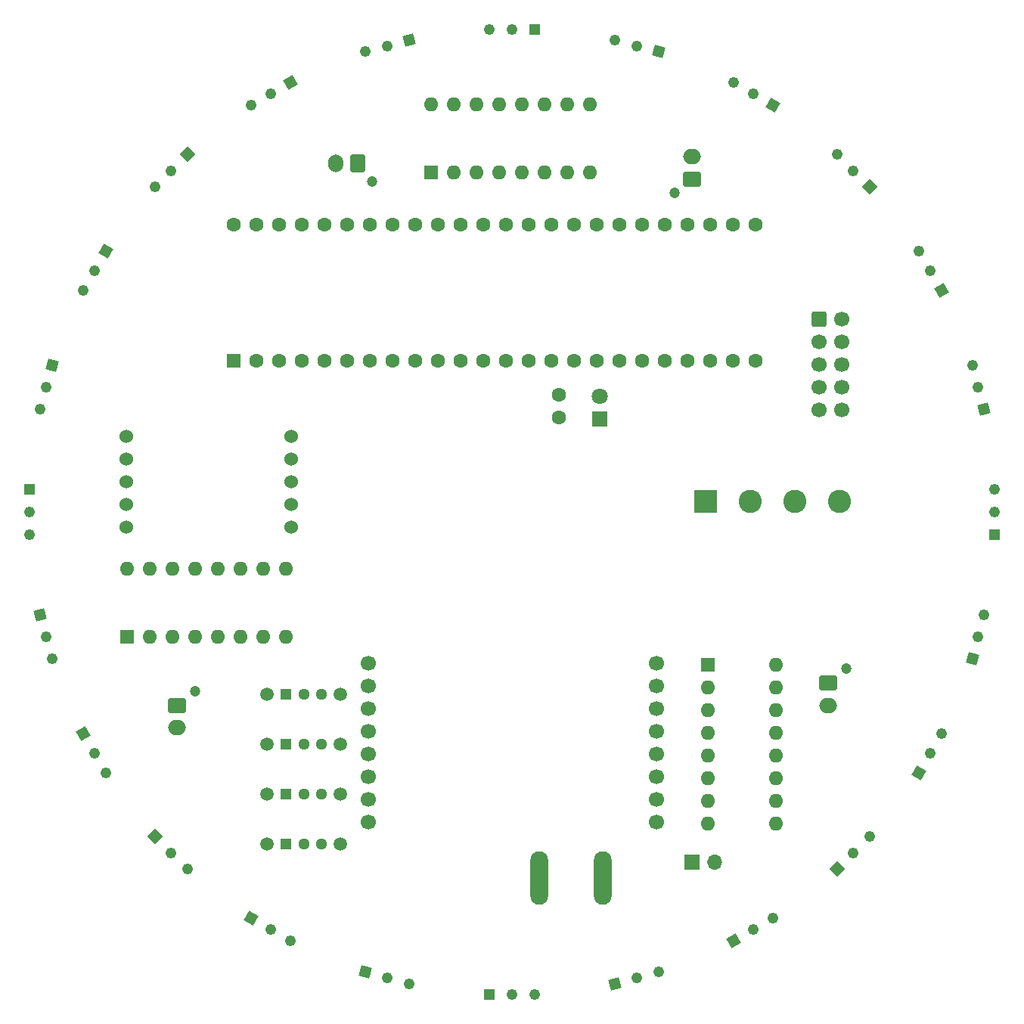
<source format=gbs>
%TF.GenerationSoftware,KiCad,Pcbnew,8.0.4*%
%TF.CreationDate,2024-12-12T22:54:30-05:00*%
%TF.ProjectId,Roboballers Pcb,526f626f-6261-46c6-9c65-727320506362,rev?*%
%TF.SameCoordinates,Original*%
%TF.FileFunction,Soldermask,Bot*%
%TF.FilePolarity,Negative*%
%FSLAX46Y46*%
G04 Gerber Fmt 4.6, Leading zero omitted, Abs format (unit mm)*
G04 Created by KiCad (PCBNEW 8.0.4) date 2024-12-12 22:54:30*
%MOMM*%
%LPD*%
G01*
G04 APERTURE LIST*
G04 Aperture macros list*
%AMRoundRect*
0 Rectangle with rounded corners*
0 $1 Rounding radius*
0 $2 $3 $4 $5 $6 $7 $8 $9 X,Y pos of 4 corners*
0 Add a 4 corners polygon primitive as box body*
4,1,4,$2,$3,$4,$5,$6,$7,$8,$9,$2,$3,0*
0 Add four circle primitives for the rounded corners*
1,1,$1+$1,$2,$3*
1,1,$1+$1,$4,$5*
1,1,$1+$1,$6,$7*
1,1,$1+$1,$8,$9*
0 Add four rect primitives between the rounded corners*
20,1,$1+$1,$2,$3,$4,$5,0*
20,1,$1+$1,$4,$5,$6,$7,0*
20,1,$1+$1,$6,$7,$8,$9,0*
20,1,$1+$1,$8,$9,$2,$3,0*%
%AMRotRect*
0 Rectangle, with rotation*
0 The origin of the aperture is its center*
0 $1 length*
0 $2 width*
0 $3 Rotation angle, in degrees counterclockwise*
0 Add horizontal line*
21,1,$1,$2,0,0,$3*%
G04 Aperture macros list end*
%ADD10R,1.219200X1.219200*%
%ADD11C,1.219200*%
%ADD12R,1.600000X1.600000*%
%ADD13O,1.600000X1.600000*%
%ADD14RotRect,1.219200X1.219200X255.000000*%
%ADD15RotRect,1.219200X1.219200X105.000000*%
%ADD16RotRect,1.219200X1.219200X165.000000*%
%ADD17C,1.700000*%
%ADD18RotRect,1.219200X1.219200X300.000000*%
%ADD19RotRect,1.219200X1.219200X150.000000*%
%ADD20R,1.800000X1.800000*%
%ADD21C,1.800000*%
%ADD22RotRect,1.219200X1.219200X225.000000*%
%ADD23RotRect,1.219200X1.219200X30.000000*%
%ADD24RotRect,1.219200X1.219200X135.000000*%
%ADD25RotRect,1.219200X1.219200X240.000000*%
%ADD26O,2.000000X6.000000*%
%ADD27RotRect,1.219200X1.219200X60.000000*%
%ADD28RotRect,1.219200X1.219200X210.000000*%
%ADD29RotRect,1.219200X1.219200X120.000000*%
%ADD30RoundRect,0.250000X-0.600000X-0.600000X0.600000X-0.600000X0.600000X0.600000X-0.600000X0.600000X0*%
%ADD31R,1.295400X1.295400*%
%ADD32C,1.295400*%
%ADD33C,1.498600*%
%ADD34C,1.600000*%
%ADD35RotRect,1.219200X1.219200X285.000000*%
%ADD36RotRect,1.219200X1.219200X15.000000*%
%ADD37C,1.524000*%
%ADD38RotRect,1.219200X1.219200X195.000000*%
%ADD39RotRect,1.219200X1.219200X345.000000*%
%ADD40RotRect,1.219200X1.219200X75.000000*%
%ADD41RotRect,1.219200X1.219200X45.000000*%
%ADD42R,1.700000X1.700000*%
%ADD43O,1.700000X1.700000*%
%ADD44RotRect,1.219200X1.219200X330.000000*%
%ADD45RotRect,1.219200X1.219200X315.000000*%
%ADD46R,2.600000X2.600000*%
%ADD47C,2.600000*%
%ADD48C,1.200000*%
%ADD49RoundRect,0.250000X-0.750000X0.600000X-0.750000X-0.600000X0.750000X-0.600000X0.750000X0.600000X0*%
%ADD50O,2.000000X1.700000*%
%ADD51RoundRect,0.250000X0.600000X0.750000X-0.600000X0.750000X-0.600000X-0.750000X0.600000X-0.750000X0*%
%ADD52O,1.700000X2.000000*%
%ADD53RoundRect,0.250000X0.750000X-0.600000X0.750000X0.600000X-0.750000X0.600000X-0.750000X-0.600000X0*%
G04 APERTURE END LIST*
D10*
%TO.C,U16*%
X97460000Y-154006000D03*
D11*
X100000000Y-154006000D03*
X102540000Y-154006000D03*
%TD*%
D12*
%TO.C,U28*%
X56911000Y-114036000D03*
D13*
X59451000Y-114036000D03*
X61991000Y-114036000D03*
X64531000Y-114036000D03*
X67071000Y-114036000D03*
X69611000Y-114036000D03*
X72151000Y-114036000D03*
X74691000Y-114036000D03*
X74691000Y-106416000D03*
X72151000Y-106416000D03*
X69611000Y-106416000D03*
X67071000Y-106416000D03*
X64531000Y-106416000D03*
X61991000Y-106416000D03*
X59451000Y-106416000D03*
X56911000Y-106416000D03*
%TD*%
D14*
%TO.C,U32*%
X48491605Y-83568795D03*
D11*
X47834204Y-86022247D03*
X47176804Y-88475699D03*
%TD*%
D15*
%TO.C,U35*%
X152823196Y-88475699D03*
D11*
X152165796Y-86022247D03*
X151508395Y-83568795D03*
%TD*%
D16*
%TO.C,U25*%
X116431205Y-48491605D03*
D11*
X113977753Y-47834204D03*
X111524301Y-47176804D03*
%TD*%
D17*
%TO.C,U11*%
X83871000Y-116921000D03*
X83871000Y-119461000D03*
X83871000Y-122001000D03*
X83871000Y-124541000D03*
X83871000Y-127081000D03*
X83871000Y-129621000D03*
X83871000Y-132161000D03*
X83871000Y-134701000D03*
X116129000Y-116921000D03*
X116129000Y-119461000D03*
X116129000Y-122001000D03*
X116129000Y-124541000D03*
X116129000Y-127081000D03*
X116129000Y-129621000D03*
X116129000Y-132161000D03*
X116129000Y-134701000D03*
%TD*%
D10*
%TO.C,U30*%
X45994000Y-97460000D03*
D11*
X45994000Y-100000000D03*
X45994000Y-102540000D03*
%TD*%
D18*
%TO.C,U24*%
X51959404Y-124803295D03*
D11*
X53229404Y-127003000D03*
X54499404Y-129202705D03*
%TD*%
D19*
%TO.C,U29*%
X129202705Y-54499404D03*
D11*
X127003000Y-53229404D03*
X124803295Y-51959404D03*
%TD*%
D20*
%TO.C,D1*%
X109831000Y-89642000D03*
D21*
X109831000Y-87102000D03*
%TD*%
D22*
%TO.C,U36*%
X63608009Y-60015906D03*
D11*
X61811957Y-61811957D03*
X60015906Y-63608009D03*
%TD*%
D23*
%TO.C,U13*%
X124803295Y-148040596D03*
D11*
X127003000Y-146770596D03*
X129202705Y-145500596D03*
%TD*%
D12*
%TO.C,U12*%
X121920000Y-117094000D03*
D13*
X121920000Y-119634000D03*
X121920000Y-122174000D03*
X121920000Y-124714000D03*
X121920000Y-127254000D03*
X121920000Y-129794000D03*
X121920000Y-132334000D03*
X121920000Y-134874000D03*
X129540000Y-134874000D03*
X129540000Y-132334000D03*
X129540000Y-129794000D03*
X129540000Y-127254000D03*
X129540000Y-124714000D03*
X129540000Y-122174000D03*
X129540000Y-119634000D03*
X129540000Y-117094000D03*
%TD*%
D24*
%TO.C,U31*%
X139984094Y-63608009D03*
D11*
X138188043Y-61811957D03*
X136391991Y-60015906D03*
%TD*%
D25*
%TO.C,U34*%
X54499404Y-70797295D03*
D11*
X53229404Y-72997000D03*
X51959404Y-75196705D03*
%TD*%
D26*
%TO.C,U17*%
X103000000Y-141000000D03*
X110100000Y-141000000D03*
%TD*%
D27*
%TO.C,U9*%
X145500596Y-129202705D03*
D11*
X146770596Y-127003000D03*
X148040596Y-124803295D03*
%TD*%
D28*
%TO.C,U19*%
X75196705Y-51959404D03*
D11*
X72997000Y-53229404D03*
X70797295Y-54499404D03*
%TD*%
D29*
%TO.C,U33*%
X148040596Y-75196705D03*
D11*
X146770596Y-72997000D03*
X145500596Y-70797295D03*
%TD*%
D30*
%TO.C,J7*%
X134366000Y-78460000D03*
D17*
X136906000Y-78460000D03*
X134366000Y-81000000D03*
X136906000Y-81000000D03*
X134366000Y-83540000D03*
X136906000Y-83540000D03*
X134366000Y-86080000D03*
X136906000Y-86080000D03*
X134366000Y-88620000D03*
X136906000Y-88620000D03*
%TD*%
D31*
%TO.C,SW1*%
X74672000Y-137160000D03*
D32*
X76672000Y-137160000D03*
X78672001Y-137160000D03*
D33*
X72571999Y-137160000D03*
X80772000Y-137160000D03*
%TD*%
D31*
%TO.C,SW2*%
X74672000Y-131572000D03*
D32*
X76672000Y-131572000D03*
X78672001Y-131572000D03*
D33*
X72571999Y-131572000D03*
X80772000Y-131572000D03*
%TD*%
D34*
%TO.C,R40*%
X105181000Y-89442000D03*
X105181000Y-86902000D03*
%TD*%
D35*
%TO.C,U26*%
X47176804Y-111524301D03*
D11*
X47834204Y-113977753D03*
X48491605Y-116431205D03*
%TD*%
D36*
%TO.C,U14*%
X111524301Y-152823196D03*
D11*
X113977753Y-152165796D03*
X116431205Y-151508395D03*
%TD*%
D37*
%TO.C,U15*%
X56810000Y-91542000D03*
X56810000Y-94082000D03*
X56810000Y-96622000D03*
X56810000Y-99162000D03*
X56810000Y-101702000D03*
X75270000Y-91542000D03*
X75270000Y-96622000D03*
X75270000Y-101702000D03*
X75270000Y-94082000D03*
X75270000Y-99162000D03*
%TD*%
D38*
%TO.C,U21*%
X88475699Y-47176804D03*
D11*
X86022247Y-47834204D03*
X83568795Y-48491605D03*
%TD*%
D39*
%TO.C,U18*%
X83568795Y-151508395D03*
D11*
X86022247Y-152165796D03*
X88475699Y-152823196D03*
%TD*%
D10*
%TO.C,U23*%
X102540000Y-45994000D03*
D11*
X100000000Y-45994000D03*
X97460000Y-45994000D03*
%TD*%
D10*
%TO.C,U6*%
X154006000Y-102540000D03*
D11*
X154006000Y-100000000D03*
X154006000Y-97460000D03*
%TD*%
D40*
%TO.C,U8*%
X151508395Y-116431205D03*
D11*
X152165796Y-113977753D03*
X152823196Y-111524301D03*
%TD*%
D31*
%TO.C,SW3*%
X74672000Y-125984000D03*
D32*
X76672000Y-125984000D03*
X78672001Y-125984000D03*
D33*
X72571999Y-125984000D03*
X80772000Y-125984000D03*
%TD*%
D41*
%TO.C,U10*%
X136391991Y-139984094D03*
D11*
X138188043Y-138188043D03*
X139984094Y-136391991D03*
%TD*%
D12*
%TO.C,U5*%
X68834000Y-83058000D03*
D34*
X71374000Y-83058000D03*
X73914000Y-83058000D03*
X76454000Y-83058000D03*
X78994000Y-83058000D03*
X81534000Y-83058000D03*
X84074000Y-83058000D03*
X86614000Y-83058000D03*
X89154000Y-83058000D03*
X91694000Y-83058000D03*
X94234000Y-83058000D03*
X96774000Y-83058000D03*
X99314000Y-83058000D03*
X101854000Y-83058000D03*
X104394000Y-83058000D03*
X106934000Y-83058000D03*
X109474000Y-83058000D03*
X112014000Y-83058000D03*
X114554000Y-83058000D03*
X117094000Y-83058000D03*
X119634000Y-83058000D03*
X122174000Y-83058000D03*
X124714000Y-83058000D03*
X127254000Y-83058000D03*
X127254000Y-67818000D03*
X124714000Y-67818000D03*
X122174000Y-67818000D03*
X119634000Y-67818000D03*
X117094000Y-67818000D03*
X114554000Y-67818000D03*
X112014000Y-67818000D03*
X109474000Y-67818000D03*
X106934000Y-67818000D03*
X104394000Y-67818000D03*
X101854000Y-67818000D03*
X99314000Y-67818000D03*
X96774000Y-67818000D03*
X94234000Y-67818000D03*
X91694000Y-67818000D03*
X89154000Y-67818000D03*
X86614000Y-67818000D03*
X84074000Y-67818000D03*
X81534000Y-67818000D03*
X78994000Y-67818000D03*
X76454000Y-67818000D03*
X73914000Y-67818000D03*
X71374000Y-67818000D03*
X68834000Y-67818000D03*
%TD*%
D42*
%TO.C,J6*%
X120137000Y-139192000D03*
D43*
X122677000Y-139192000D03*
%TD*%
D44*
%TO.C,U20*%
X70797295Y-145500596D03*
D11*
X72997000Y-146770596D03*
X75196705Y-148040596D03*
%TD*%
D45*
%TO.C,U22*%
X60015906Y-136391991D03*
D11*
X61811957Y-138188043D03*
X63608009Y-139984094D03*
%TD*%
D31*
%TO.C,SW4*%
X74672000Y-120396000D03*
D32*
X76672000Y-120396000D03*
X78672001Y-120396000D03*
D33*
X72571999Y-120396000D03*
X80772000Y-120396000D03*
%TD*%
D12*
%TO.C,U27*%
X90932000Y-61976000D03*
D13*
X93472000Y-61976000D03*
X96012000Y-61976000D03*
X98552000Y-61976000D03*
X101092000Y-61976000D03*
X103632000Y-61976000D03*
X106172000Y-61976000D03*
X108712000Y-61976000D03*
X108712000Y-54356000D03*
X106172000Y-54356000D03*
X103632000Y-54356000D03*
X101092000Y-54356000D03*
X98552000Y-54356000D03*
X96012000Y-54356000D03*
X93472000Y-54356000D03*
X90932000Y-54356000D03*
%TD*%
D46*
%TO.C,U7*%
X121652000Y-98806000D03*
D47*
X126652000Y-98806000D03*
X131652000Y-98806000D03*
X136652000Y-98806000D03*
%TD*%
D48*
%TO.C,J3*%
X64467000Y-120086000D03*
D49*
X62467000Y-121686000D03*
D50*
X62467000Y-124186000D03*
%TD*%
D48*
%TO.C,J1*%
X137382000Y-117566000D03*
D49*
X135382000Y-119166000D03*
D50*
X135382000Y-121666000D03*
%TD*%
D48*
%TO.C,J2*%
X84328000Y-62992000D03*
D51*
X82728000Y-60992000D03*
D52*
X80228000Y-60992000D03*
%TD*%
D48*
%TO.C,J4*%
X118142000Y-64338000D03*
D53*
X120142000Y-62738000D03*
D50*
X120142000Y-60238000D03*
%TD*%
M02*

</source>
